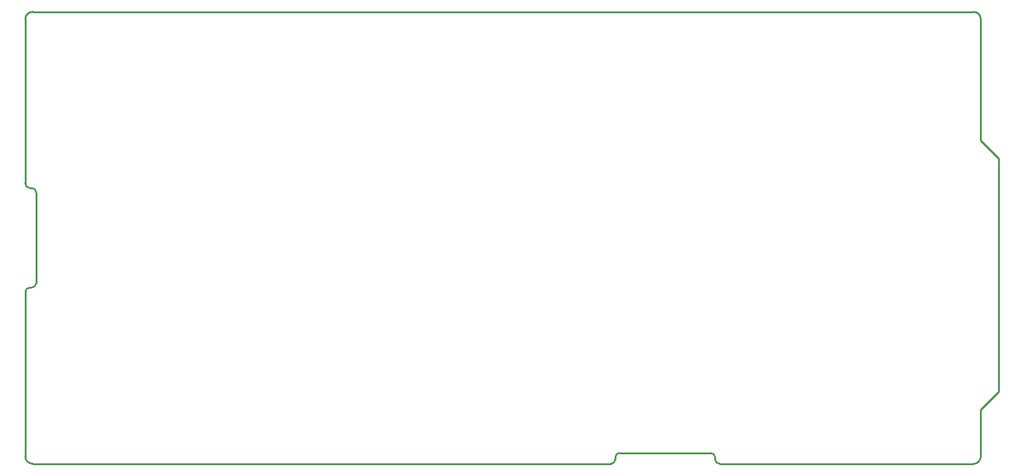
<source format=gm1>
G04*
G04 #@! TF.GenerationSoftware,Altium Limited,Altium Designer,19.0.15 (446)*
G04*
G04 Layer_Color=16711935*
%FSLAX24Y24*%
%MOIN*%
G70*
G01*
G75*
%ADD11C,0.0100*%
D11*
X0Y3004D02*
G03*
X250Y2754I250J0D01*
G01*
X600Y2504D02*
G03*
X350Y2754I-250J0D01*
G01*
Y-2754D02*
G03*
X600Y-2504I0J250D01*
G01*
X250Y-2754D02*
G03*
X0Y-3004I0J-250D01*
G01*
X38081Y-12250D02*
G03*
X38331Y-12500I250J0D01*
G01*
X38081Y-12150D02*
G03*
X37831Y-11900I-250J0D01*
G01*
X32822D02*
G03*
X32572Y-12150I0J-250D01*
G01*
X32322Y-12500D02*
G03*
X32572Y-12250I0J250D01*
G01*
X400Y12500D02*
G03*
X0Y12100I0J-400D01*
G01*
Y-12100D02*
G03*
X400Y-12500I400J0D01*
G01*
X52350Y-12500D02*
G03*
X52750Y-12100I0J400D01*
G01*
Y12100D02*
G03*
X52350Y12500I-400J0D01*
G01*
X0Y3004D02*
Y12100D01*
Y-12100D02*
Y-3004D01*
X600Y-2504D02*
Y2504D01*
X250Y2754D02*
X350D01*
X250Y-2754D02*
X350D01*
X38081Y-12250D02*
Y-12150D01*
X32572Y-12250D02*
Y-12150D01*
X38331Y-12500D02*
X52350Y-12500D01*
X400Y-12500D02*
X32322Y-12500D01*
X32822Y-11900D02*
X37831D01*
X52750Y5400D02*
Y12100D01*
Y-12100D02*
Y-9500D01*
X53750Y-8500D01*
Y4400D01*
X52750Y5400D02*
X53750Y4400D01*
X400Y12500D02*
X52350D01*
M02*

</source>
